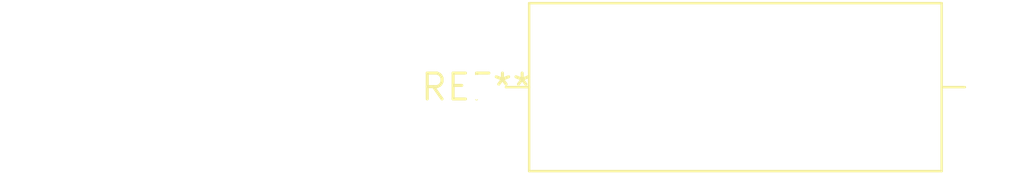
<source format=kicad_pcb>
(kicad_pcb (version 20240108) (generator pcbnew)
  (layers (0 "F.Cu" signal) (31 "B.Cu" signal) (34 "B.Paste" user) (35 "F.Paste" user) (36 "B.SilkS" user "B.Silkscreen") (37 "F.SilkS" user "F.Silkscreen") (38 "B.Mask" user) (39 "F.Mask" user) (44 "Edge.Cuts" user))
  (net 0 "")
  (footprint "L_Axial_L20.0mm_D8.0mm_P25.40mm_Horizontal" (layer "F.Cu") (at 0 0)
    (property "Reference" "REF**")
    (property "Value" "L_Axial_L20.0mm_D8.0mm_P25.40mm_Horizontal")
    (fp_line (start 1.44 0) (end 2.58 0) (layer "F.SilkS") (stroke (width 0.12)))
    (fp_line (start 2.58 -4.12) (end 2.58 4.12) (layer "F.SilkS") (stroke (width 0.12)))
    (fp_line (start 2.58 4.12) (end 22.82 4.12) (layer "F.SilkS") (stroke (width 0.12)))
    (fp_line (start 22.82 -4.12) (end 2.58 -4.12) (layer "F.SilkS") (stroke (width 0.12)))
    (fp_line (start 22.82 4.12) (end 22.82 -4.12) (layer "F.SilkS") (stroke (width 0.12)))
    (fp_line (start 23.96 0) (end 22.82 0) (layer "F.SilkS") (stroke (width 0.12)))
    (pad "1" thru_hole circle (at 0 0) (size 2.4 2.4) (drill 1.2) (layers *.Cu *.Mask) (remove_unused_layers))
    (pad "2" thru_hole oval (at 25.4 0) (size 2.4 2.4) (drill 1.2) (layers *.Cu *.Mask) (remove_unused_layers))
  )
)
</source>
